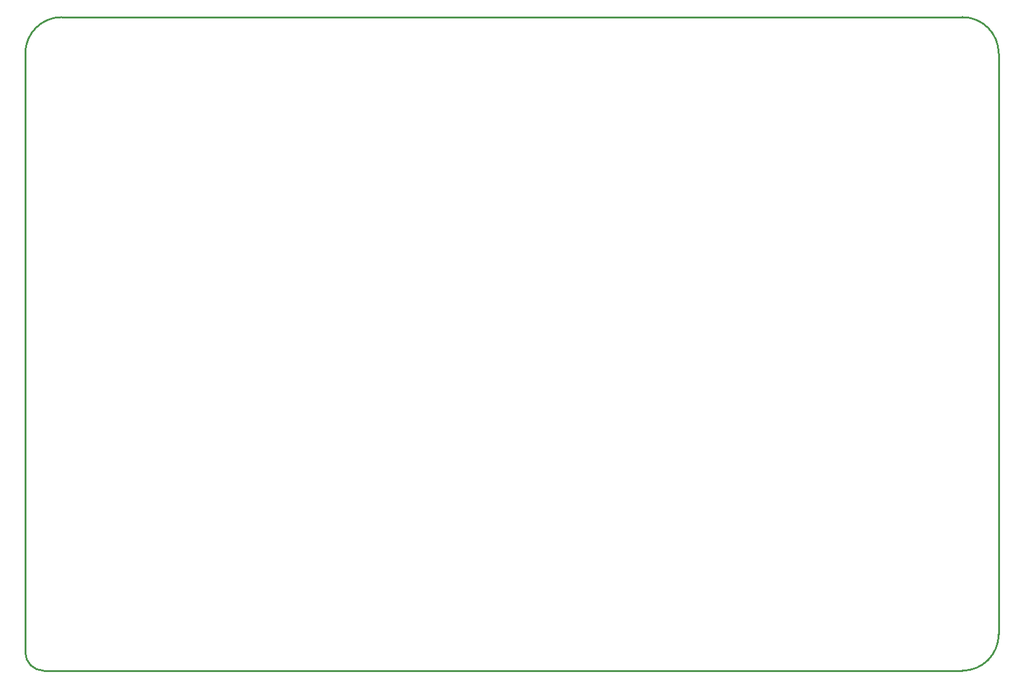
<source format=gko>
%FSAX43Y43*%
%MOMM*%
G71*
G01*
G75*
G04 Layer_Color=16711935*
%ADD10R,1.450X1.150*%
%ADD11R,1.300X0.850*%
%ADD12R,1.350X0.950*%
%ADD13R,1.400X1.050*%
%ADD14R,1.500X1.250*%
%ADD15R,0.950X1.350*%
%ADD16O,2.050X0.600*%
%ADD17R,1.050X1.400*%
%ADD18R,0.850X1.300*%
%ADD19O,2.200X0.600*%
%ADD20R,1.250X1.500*%
%ADD21R,1.150X1.450*%
%ADD22R,1.400X1.200*%
%ADD23R,1.550X1.350*%
%ADD24R,1.350X1.550*%
%ADD25O,1.900X0.450*%
G04:AMPARAMS|DCode=26|XSize=5.5mm|YSize=1.5mm|CornerRadius=0.188mm|HoleSize=0mm|Usage=FLASHONLY|Rotation=180.000|XOffset=0mm|YOffset=0mm|HoleType=Round|Shape=RoundedRectangle|*
%AMROUNDEDRECTD26*
21,1,5.500,1.125,0,0,180.0*
21,1,5.125,1.500,0,0,180.0*
1,1,0.375,-2.563,0.563*
1,1,0.375,2.563,0.563*
1,1,0.375,2.563,-0.563*
1,1,0.375,-2.563,-0.563*
%
%ADD26ROUNDEDRECTD26*%
%ADD27R,1.800X0.600*%
%ADD28R,0.900X1.000*%
%ADD29R,1.200X1.400*%
%ADD30R,1.000X0.900*%
%ADD31R,5.400X1.550*%
%ADD32R,1.700X0.950*%
%ADD33R,1.900X0.900*%
%ADD34R,1.900X3.200*%
%ADD35R,1.524X1.524*%
G04:AMPARAMS|DCode=36|XSize=0.6mm|YSize=1mm|CornerRadius=0.075mm|HoleSize=0mm|Usage=FLASHONLY|Rotation=0.000|XOffset=0mm|YOffset=0mm|HoleType=Round|Shape=RoundedRectangle|*
%AMROUNDEDRECTD36*
21,1,0.600,0.850,0,0,0.0*
21,1,0.450,1.000,0,0,0.0*
1,1,0.150,0.225,-0.425*
1,1,0.150,-0.225,-0.425*
1,1,0.150,-0.225,0.425*
1,1,0.150,0.225,0.425*
%
%ADD36ROUNDEDRECTD36*%
%ADD37O,0.250X1.550*%
%ADD38O,1.550X0.250*%
%ADD39O,0.450X2.400*%
%ADD40C,0.250*%
%ADD41C,0.500*%
%ADD42C,0.450*%
%ADD43C,1.000*%
%ADD44C,0.750*%
%ADD45C,0.254*%
%ADD46R,1.500X1.500*%
%ADD47C,1.500*%
%ADD48C,3.000*%
%ADD49R,2.000X2.500*%
%ADD50O,2.000X2.500*%
%ADD51C,1.400*%
%ADD52R,1.500X1.500*%
%ADD53C,1.800*%
%ADD54C,8.000*%
%ADD55R,2.500X2.000*%
%ADD56O,2.500X2.000*%
%ADD57R,1.500X1.500*%
%ADD58C,2.950*%
%ADD59C,1.500*%
%ADD60C,1.270*%
%ADD61C,1.016*%
%ADD62C,1.016*%
%ADD63C,1.900*%
%ADD64C,2.500*%
G04:AMPARAMS|DCode=65|XSize=3.2mm|YSize=3.2mm|CornerRadius=0mm|HoleSize=0mm|Usage=FLASHONLY|Rotation=0.000|XOffset=0mm|YOffset=0mm|HoleType=Round|Shape=Relief|Width=0.3mm|Gap=0.3mm|Entries=4|*
%AMTHD65*
7,0,0,3.200,2.600,0.300,45*
%
%ADD65THD65*%
%ADD66C,2.100*%
G04:AMPARAMS|DCode=67|XSize=2.7mm|YSize=2.7mm|CornerRadius=0mm|HoleSize=0mm|Usage=FLASHONLY|Rotation=0.000|XOffset=0mm|YOffset=0mm|HoleType=Round|Shape=Relief|Width=0.3mm|Gap=0.3mm|Entries=4|*
%AMTHD67*
7,0,0,2.700,2.100,0.300,45*
%
%ADD67THD67*%
%ADD68C,1.850*%
G04:AMPARAMS|DCode=69|XSize=2.5mm|YSize=2.5mm|CornerRadius=0mm|HoleSize=0mm|Usage=FLASHONLY|Rotation=0.000|XOffset=0mm|YOffset=0mm|HoleType=Round|Shape=Relief|Width=0.3mm|Gap=0.3mm|Entries=4|*
%AMTHD69*
7,0,0,2.500,1.900,0.300,45*
%
%ADD69THD69*%
%ADD70C,2.000*%
%ADD71C,1.600*%
G04:AMPARAMS|DCode=72|XSize=2.2mm|YSize=2.2mm|CornerRadius=0mm|HoleSize=0mm|Usage=FLASHONLY|Rotation=0.000|XOffset=0mm|YOffset=0mm|HoleType=Round|Shape=Relief|Width=0.3mm|Gap=0.3mm|Entries=4|*
%AMTHD72*
7,0,0,2.200,1.600,0.300,45*
%
%ADD72THD72*%
%ADD73C,4.500*%
%ADD74C,1.900*%
%ADD75C,4.250*%
G04:AMPARAMS|DCode=76|XSize=2.5mm|YSize=2.5mm|CornerRadius=0mm|HoleSize=0mm|Usage=FLASHONLY|Rotation=0.000|XOffset=0mm|YOffset=0mm|HoleType=Round|Shape=Relief|Width=0.3mm|Gap=0.3mm|Entries=4|*
%AMTHD76*
7,0,0,2.500,1.900,0.300,45*
%
%ADD76THD76*%
%ADD77C,2.600*%
G04:AMPARAMS|DCode=78|XSize=2.45mm|YSize=2.45mm|CornerRadius=0mm|HoleSize=0mm|Usage=FLASHONLY|Rotation=0.000|XOffset=0mm|YOffset=0mm|HoleType=Round|Shape=Relief|Width=0.3mm|Gap=0.3mm|Entries=4|*
%AMTHD78*
7,0,0,2.450,1.850,0.300,45*
%
%ADD78THD78*%
%ADD79R,2.500X1.700*%
%ADD80R,1.700X2.500*%
G04:AMPARAMS|DCode=81|XSize=0.6mm|YSize=1mm|CornerRadius=0.075mm|HoleSize=0mm|Usage=FLASHONLY|Rotation=270.000|XOffset=0mm|YOffset=0mm|HoleType=Round|Shape=RoundedRectangle|*
%AMROUNDEDRECTD81*
21,1,0.600,0.850,0,0,270.0*
21,1,0.450,1.000,0,0,270.0*
1,1,0.150,-0.425,-0.225*
1,1,0.150,-0.425,0.225*
1,1,0.150,0.425,0.225*
1,1,0.150,0.425,-0.225*
%
%ADD81ROUNDEDRECTD81*%
%ADD82R,1.524X1.524*%
%ADD83C,0.600*%
%ADD84C,0.400*%
%ADD85C,0.200*%
%ADD86C,0.203*%
%ADD87C,0.127*%
%ADD88C,0.305*%
%ADD89R,1.800X1.600*%
%ADD90R,1.600X1.800*%
%ADD91R,1.700X1.400*%
%ADD92R,1.550X1.100*%
%ADD93R,1.600X1.200*%
%ADD94R,1.650X1.300*%
%ADD95R,1.750X1.500*%
%ADD96R,1.200X1.600*%
%ADD97O,2.300X0.850*%
%ADD98R,1.300X1.650*%
%ADD99R,1.100X1.550*%
%ADD100O,2.450X0.850*%
%ADD101R,1.500X1.750*%
%ADD102R,1.400X1.700*%
%ADD103R,1.650X1.450*%
%ADD104R,1.800X1.600*%
%ADD105R,1.600X1.800*%
%ADD106O,2.150X0.700*%
G04:AMPARAMS|DCode=107|XSize=5.75mm|YSize=1.75mm|CornerRadius=0.313mm|HoleSize=0mm|Usage=FLASHONLY|Rotation=180.000|XOffset=0mm|YOffset=0mm|HoleType=Round|Shape=RoundedRectangle|*
%AMROUNDEDRECTD107*
21,1,5.750,1.125,0,0,180.0*
21,1,5.125,1.750,0,0,180.0*
1,1,0.625,-2.563,0.563*
1,1,0.625,2.563,0.563*
1,1,0.625,2.563,-0.563*
1,1,0.625,-2.563,-0.563*
%
%ADD107ROUNDEDRECTD107*%
%ADD108R,2.050X0.850*%
%ADD109R,1.150X1.250*%
%ADD110R,1.450X1.650*%
%ADD111R,1.250X1.150*%
%ADD112R,5.650X1.800*%
%ADD113R,1.950X1.200*%
%ADD114R,2.150X1.150*%
%ADD115R,2.150X3.450*%
%ADD116R,1.774X1.774*%
G04:AMPARAMS|DCode=117|XSize=0.85mm|YSize=1.25mm|CornerRadius=0.2mm|HoleSize=0mm|Usage=FLASHONLY|Rotation=0.000|XOffset=0mm|YOffset=0mm|HoleType=Round|Shape=RoundedRectangle|*
%AMROUNDEDRECTD117*
21,1,0.850,0.850,0,0,0.0*
21,1,0.450,1.250,0,0,0.0*
1,1,0.400,0.225,-0.425*
1,1,0.400,-0.225,-0.425*
1,1,0.400,-0.225,0.425*
1,1,0.400,0.225,0.425*
%
%ADD117ROUNDEDRECTD117*%
%ADD118O,0.500X1.800*%
%ADD119O,1.800X0.500*%
%ADD120O,0.700X2.650*%
%ADD121R,1.750X1.750*%
%ADD122C,1.750*%
%ADD123C,3.250*%
%ADD124R,2.250X2.750*%
%ADD125O,2.250X2.750*%
%ADD126C,1.650*%
%ADD127R,1.750X1.750*%
%ADD128C,2.050*%
%ADD129C,8.250*%
%ADD130R,2.750X2.250*%
%ADD131O,2.750X2.250*%
%ADD132R,1.750X1.750*%
%ADD133C,3.200*%
%ADD134C,1.750*%
%ADD135C,1.520*%
%ADD136R,2.750X1.950*%
%ADD137R,1.950X2.750*%
G04:AMPARAMS|DCode=138|XSize=0.85mm|YSize=1.25mm|CornerRadius=0.2mm|HoleSize=0mm|Usage=FLASHONLY|Rotation=270.000|XOffset=0mm|YOffset=0mm|HoleType=Round|Shape=RoundedRectangle|*
%AMROUNDEDRECTD138*
21,1,0.850,0.850,0,0,270.0*
21,1,0.450,1.250,0,0,270.0*
1,1,0.400,-0.425,-0.225*
1,1,0.400,-0.425,0.225*
1,1,0.400,0.425,0.225*
1,1,0.400,0.425,-0.225*
%
%ADD138ROUNDEDRECTD138*%
%ADD139R,1.774X1.774*%
%ADD140R,0.342X1.621*%
%ADD141R,0.520X0.248*%
%ADD142R,0.496X0.272*%
%ADD143R,1.621X0.342*%
%ADD144R,0.248X0.520*%
%ADD145R,0.272X0.496*%
%ADD146R,0.248X0.520*%
%ADD147R,0.272X0.496*%
%ADD148R,0.496X0.272*%
%ADD149C,0.254*%
D45*
X0208000Y0229540D02*
G03*
X0203000Y0224540I0000000J-0005000D01*
G01*
X0332000Y0139540D02*
G03*
X0337000Y0144540I0000000J0005000D01*
G01*
X0337000Y0224540D02*
G03*
X0332000Y0229540I-0005000J0000000D01*
G01*
X0337000Y0224540D02*
G03*
X0337000Y0224540I0000000J0000000D01*
G01*
X0203000Y0142080D02*
G03*
X0205540Y0139540I0002540J0000000D01*
G01*
X0208000Y0229540D02*
X0332000D01*
X0337000Y0144540D02*
Y0224540D01*
X0208000Y0139540D02*
X0332000D01*
X0205540D02*
X0208000D01*
X0203000Y0142080D02*
Y0224540D01*
D149*
X0337000Y0144540D02*
D03*
Y0144540D02*
D03*
X0203000Y0224540D02*
D03*
M02*

</source>
